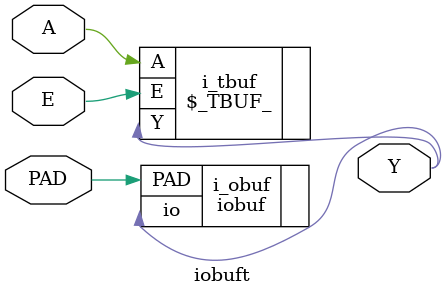
<source format=v>
module obuft (
  input A,
  input E,
  output Y
);
  wire tbuf_to_iob;

  $_TBUF_ i_tbuf (
    .E(E),
    .A(A),
    .Y(tbuf_to_iob)
  );

  obuf i_obuf (
    .i(tbuf_to_iob),
    .o(Y)
  );
endmodule

module iobuft (
  input A,
  input E,
  output Y,
  inout PAD
);
  wire Y;

  $_TBUF_ i_tbuf (
    .E(E),
    .A(A),
    .Y(Y)
  );

  iobuf i_obuf (
    .io(Y),
    .PAD(PAD)
  );
endmodule

</source>
